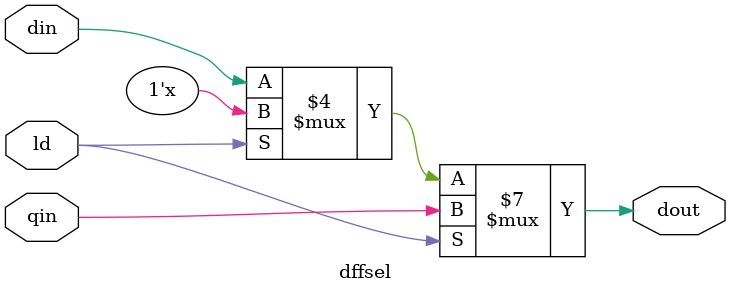
<source format=v>

module dffsel(qin, din, ld, dout);

input wire qin;
input wire din;
input wire ld;

output reg dout;
reg d;

always @(ld) begin
  if(ld == 1'b1)
    dout <= qin;
  else if(ld == 1'b0)
    dout <= din;
end

endmodule
</source>
